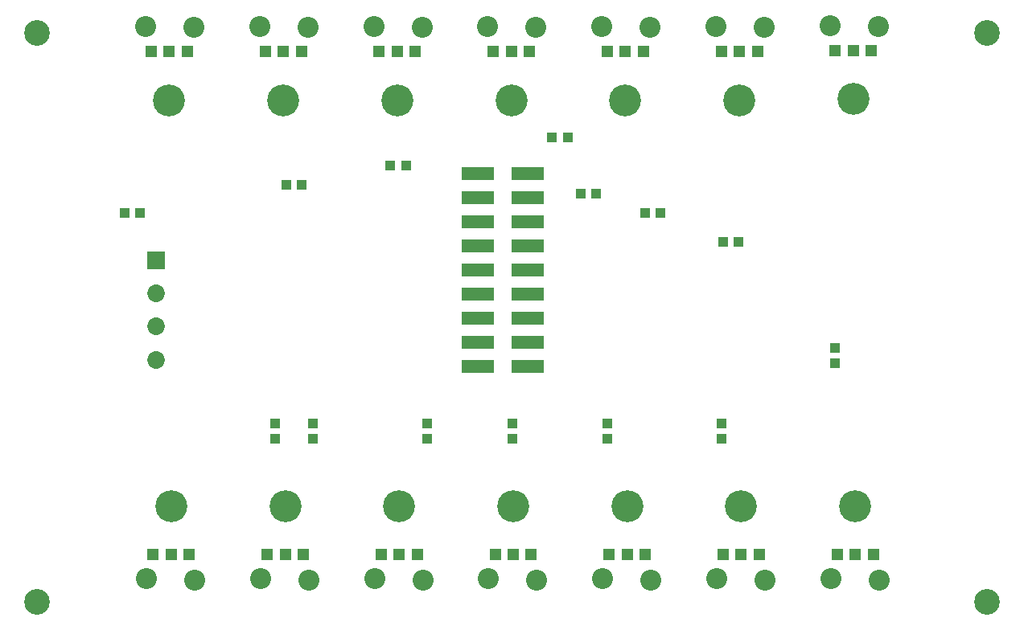
<source format=gts>
G04*
G04 #@! TF.GenerationSoftware,Altium Limited,Altium Designer,23.5.1 (21)*
G04*
G04 Layer_Color=8388736*
%FSLAX25Y25*%
%MOIN*%
G70*
G04*
G04 #@! TF.SameCoordinates,1A84014D-912B-431A-891A-BB623E0DE537*
G04*
G04*
G04 #@! TF.FilePolarity,Negative*
G04*
G01*
G75*
%ADD14R,0.04182X0.04469*%
%ADD15R,0.04469X0.04182*%
%ADD16R,0.13300X0.05288*%
%ADD17C,0.07296*%
%ADD18R,0.07296X0.07296*%
%ADD19C,0.10642*%
%ADD20C,0.08674*%
%ADD21R,0.04737X0.04737*%
%ADD22C,0.13202*%
D14*
X236221Y205451D02*
D03*
Y211872D02*
D03*
X299213D02*
D03*
Y205451D02*
D03*
X334646Y211872D02*
D03*
Y205451D02*
D03*
X251969Y211872D02*
D03*
Y205451D02*
D03*
X374016Y211872D02*
D03*
Y205451D02*
D03*
X421260Y211872D02*
D03*
Y205451D02*
D03*
X468504Y243368D02*
D03*
Y236947D02*
D03*
D15*
X421987Y287402D02*
D03*
X428407D02*
D03*
X389764Y299213D02*
D03*
X396184D02*
D03*
X362931Y307087D02*
D03*
X369352D02*
D03*
X290612Y318898D02*
D03*
X284191D02*
D03*
X247305Y311024D02*
D03*
X240884D02*
D03*
X180376Y299213D02*
D03*
X173955D02*
D03*
X357541Y330709D02*
D03*
X351120D02*
D03*
D16*
X320463Y315591D02*
D03*
X340955D02*
D03*
X320463Y305591D02*
D03*
X340955D02*
D03*
X320463Y295590D02*
D03*
X340955D02*
D03*
X320463Y285591D02*
D03*
X340955D02*
D03*
X320463Y275590D02*
D03*
X340955D02*
D03*
X320463Y265591D02*
D03*
X340955D02*
D03*
X320463Y255591D02*
D03*
X340955D02*
D03*
X320463Y245590D02*
D03*
X340955D02*
D03*
X320463Y235591D02*
D03*
X340955D02*
D03*
D17*
X187000Y238341D02*
D03*
Y252120D02*
D03*
Y265900D02*
D03*
D18*
Y279679D02*
D03*
D19*
X531496Y137795D02*
D03*
X137795D02*
D03*
Y374016D02*
D03*
X531496D02*
D03*
D20*
X438976Y376142D02*
D03*
X418976Y376673D02*
D03*
X230000D02*
D03*
X250000Y376142D02*
D03*
X486535Y146949D02*
D03*
X466535Y147480D02*
D03*
X182756Y376673D02*
D03*
X202756Y376142D02*
D03*
X183071Y147480D02*
D03*
X203071Y146949D02*
D03*
X250315D02*
D03*
X230315Y147480D02*
D03*
X277559D02*
D03*
X297559Y146949D02*
D03*
X324803Y147480D02*
D03*
X344803Y146949D02*
D03*
X372047Y147480D02*
D03*
X392047Y146949D02*
D03*
X419291Y147480D02*
D03*
X439291Y146949D02*
D03*
X297244Y376142D02*
D03*
X277244Y376673D02*
D03*
X344488Y376142D02*
D03*
X324488Y376673D02*
D03*
X371732D02*
D03*
X391732Y376142D02*
D03*
X466221Y377067D02*
D03*
X486221Y376535D02*
D03*
D21*
X428740Y366142D02*
D03*
X436221D02*
D03*
X421260D02*
D03*
X239764D02*
D03*
X247244D02*
D03*
X232283D02*
D03*
X476772Y157480D02*
D03*
X469291D02*
D03*
X484252D02*
D03*
X200000Y366142D02*
D03*
X192520D02*
D03*
X185039D02*
D03*
X437008Y157480D02*
D03*
X422047D02*
D03*
X389764D02*
D03*
X374803D02*
D03*
X342520D02*
D03*
X327559D02*
D03*
X295276D02*
D03*
X280315D02*
D03*
X248031D02*
D03*
X233071D02*
D03*
X200787D02*
D03*
X185827D02*
D03*
X468504Y366535D02*
D03*
X483465D02*
D03*
X374016Y366142D02*
D03*
X388976D02*
D03*
X326772D02*
D03*
X341732D02*
D03*
X279528D02*
D03*
X294488D02*
D03*
X193307Y157480D02*
D03*
X240551D02*
D03*
X287795D02*
D03*
X335039D02*
D03*
X382283D02*
D03*
X429528D02*
D03*
X287008Y366142D02*
D03*
X334252D02*
D03*
X381496D02*
D03*
X475984Y366535D02*
D03*
D22*
X428740Y346063D02*
D03*
X239764D02*
D03*
X476772Y177559D02*
D03*
X192520Y346063D02*
D03*
X193307Y177559D02*
D03*
X240551D02*
D03*
X287795D02*
D03*
X335039D02*
D03*
X382283D02*
D03*
X429528D02*
D03*
X287008Y346063D02*
D03*
X334252D02*
D03*
X381496D02*
D03*
X475984Y346457D02*
D03*
M02*

</source>
